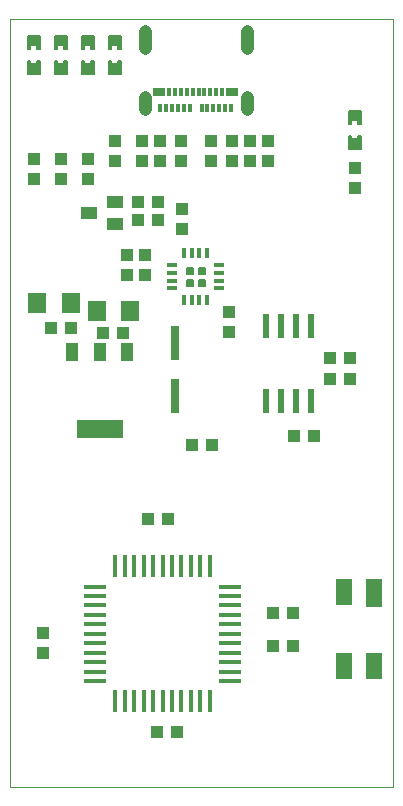
<source format=gtp>
G75*
%MOIN*%
%OFA0B0*%
%FSLAX25Y25*%
%IPPOS*%
%LPD*%
%AMOC8*
5,1,8,0,0,1.08239X$1,22.5*
%
%ADD10C,0.00000*%
%ADD11C,0.00500*%
%ADD12R,0.03937X0.04331*%
%ADD13R,0.04331X0.03937*%
%ADD14R,0.02559X0.11811*%
%ADD15R,0.06299X0.07087*%
%ADD16R,0.01181X0.02756*%
%ADD17R,0.03937X0.02756*%
%ADD18C,0.04331*%
%ADD19R,0.01575X0.07480*%
%ADD20R,0.07480X0.01575*%
%ADD21R,0.01378X0.03543*%
%ADD22R,0.03543X0.01378*%
%ADD23R,0.01969X0.07874*%
%ADD24R,0.15748X0.05906*%
%ADD25R,0.03937X0.05906*%
%ADD26R,0.05512X0.03937*%
%ADD27R,0.05512X0.08661*%
%ADD28R,0.05512X0.09449*%
D10*
X0001300Y0001500D02*
X0001300Y0257500D01*
X0129221Y0257500D01*
X0129221Y0001500D01*
X0001300Y0001500D01*
D11*
X0060300Y0168500D02*
X0060300Y0170500D01*
X0062300Y0170500D01*
X0062300Y0168500D01*
X0060300Y0168500D01*
X0060300Y0168501D02*
X0062300Y0168501D01*
X0062300Y0169000D02*
X0060300Y0169000D01*
X0060300Y0169498D02*
X0062300Y0169498D01*
X0062300Y0169997D02*
X0060300Y0169997D01*
X0060300Y0170495D02*
X0062300Y0170495D01*
X0062300Y0172500D02*
X0060300Y0172500D01*
X0060300Y0174500D01*
X0062300Y0174500D01*
X0062300Y0172500D01*
X0062300Y0172988D02*
X0060300Y0172988D01*
X0060300Y0173486D02*
X0062300Y0173486D01*
X0062300Y0173985D02*
X0060300Y0173985D01*
X0060300Y0174483D02*
X0062300Y0174483D01*
X0064300Y0174483D02*
X0066300Y0174483D01*
X0066300Y0174500D02*
X0066300Y0172500D01*
X0064300Y0172500D01*
X0064300Y0174500D01*
X0066300Y0174500D01*
X0066300Y0173985D02*
X0064300Y0173985D01*
X0064300Y0173486D02*
X0066300Y0173486D01*
X0066300Y0172988D02*
X0064300Y0172988D01*
X0064300Y0170500D02*
X0066300Y0170500D01*
X0066300Y0168500D01*
X0064300Y0168500D01*
X0064300Y0170500D01*
X0064300Y0170495D02*
X0066300Y0170495D01*
X0066300Y0169997D02*
X0064300Y0169997D01*
X0064300Y0169498D02*
X0066300Y0169498D01*
X0066300Y0169000D02*
X0064300Y0169000D01*
X0064300Y0168501D02*
X0066300Y0168501D01*
X0038269Y0239201D02*
X0034331Y0239201D01*
X0034331Y0243531D01*
X0035119Y0243531D01*
X0035119Y0242350D01*
X0037481Y0242350D01*
X0037481Y0243531D01*
X0038269Y0243531D01*
X0038269Y0239201D01*
X0038269Y0239290D02*
X0034331Y0239290D01*
X0034331Y0239788D02*
X0038269Y0239788D01*
X0038269Y0240287D02*
X0034331Y0240287D01*
X0034331Y0240785D02*
X0038269Y0240785D01*
X0038269Y0241284D02*
X0034331Y0241284D01*
X0034331Y0241782D02*
X0038269Y0241782D01*
X0038269Y0242281D02*
X0034331Y0242281D01*
X0034331Y0242779D02*
X0035119Y0242779D01*
X0035119Y0243278D02*
X0034331Y0243278D01*
X0034331Y0247469D02*
X0034331Y0251799D01*
X0038269Y0251799D01*
X0038269Y0247469D01*
X0037481Y0247469D01*
X0037481Y0248650D01*
X0035119Y0248650D01*
X0035119Y0247469D01*
X0034331Y0247469D01*
X0034331Y0247765D02*
X0035119Y0247765D01*
X0035119Y0248263D02*
X0034331Y0248263D01*
X0034331Y0248762D02*
X0038269Y0248762D01*
X0038269Y0249260D02*
X0034331Y0249260D01*
X0034331Y0249759D02*
X0038269Y0249759D01*
X0038269Y0250257D02*
X0034331Y0250257D01*
X0034331Y0250756D02*
X0038269Y0250756D01*
X0038269Y0251254D02*
X0034331Y0251254D01*
X0034331Y0251753D02*
X0038269Y0251753D01*
X0038269Y0248263D02*
X0037481Y0248263D01*
X0037481Y0247765D02*
X0038269Y0247765D01*
X0038269Y0243278D02*
X0037481Y0243278D01*
X0037481Y0242779D02*
X0038269Y0242779D01*
X0029269Y0242779D02*
X0028481Y0242779D01*
X0028481Y0242350D02*
X0028481Y0243531D01*
X0029269Y0243531D01*
X0029269Y0239201D01*
X0025331Y0239201D01*
X0025331Y0243531D01*
X0026119Y0243531D01*
X0026119Y0242350D01*
X0028481Y0242350D01*
X0029269Y0242281D02*
X0025331Y0242281D01*
X0025331Y0242779D02*
X0026119Y0242779D01*
X0026119Y0243278D02*
X0025331Y0243278D01*
X0025331Y0241782D02*
X0029269Y0241782D01*
X0029269Y0241284D02*
X0025331Y0241284D01*
X0025331Y0240785D02*
X0029269Y0240785D01*
X0029269Y0240287D02*
X0025331Y0240287D01*
X0025331Y0239788D02*
X0029269Y0239788D01*
X0029269Y0239290D02*
X0025331Y0239290D01*
X0028481Y0243278D02*
X0029269Y0243278D01*
X0029269Y0247469D02*
X0028481Y0247469D01*
X0028481Y0248650D01*
X0026119Y0248650D01*
X0026119Y0247469D01*
X0025331Y0247469D01*
X0025331Y0251799D01*
X0029269Y0251799D01*
X0029269Y0247469D01*
X0029269Y0247765D02*
X0028481Y0247765D01*
X0028481Y0248263D02*
X0029269Y0248263D01*
X0029269Y0248762D02*
X0025331Y0248762D01*
X0025331Y0249260D02*
X0029269Y0249260D01*
X0029269Y0249759D02*
X0025331Y0249759D01*
X0025331Y0250257D02*
X0029269Y0250257D01*
X0029269Y0250756D02*
X0025331Y0250756D01*
X0025331Y0251254D02*
X0029269Y0251254D01*
X0029269Y0251753D02*
X0025331Y0251753D01*
X0025331Y0248263D02*
X0026119Y0248263D01*
X0026119Y0247765D02*
X0025331Y0247765D01*
X0020269Y0247765D02*
X0019481Y0247765D01*
X0019481Y0247469D02*
X0019481Y0248650D01*
X0017119Y0248650D01*
X0017119Y0247469D01*
X0016331Y0247469D01*
X0016331Y0251799D01*
X0020269Y0251799D01*
X0020269Y0247469D01*
X0019481Y0247469D01*
X0019481Y0248263D02*
X0020269Y0248263D01*
X0020269Y0248762D02*
X0016331Y0248762D01*
X0016331Y0249260D02*
X0020269Y0249260D01*
X0020269Y0249759D02*
X0016331Y0249759D01*
X0016331Y0250257D02*
X0020269Y0250257D01*
X0020269Y0250756D02*
X0016331Y0250756D01*
X0016331Y0251254D02*
X0020269Y0251254D01*
X0020269Y0251753D02*
X0016331Y0251753D01*
X0016331Y0248263D02*
X0017119Y0248263D01*
X0017119Y0247765D02*
X0016331Y0247765D01*
X0016331Y0243531D02*
X0017119Y0243531D01*
X0017119Y0242350D01*
X0019481Y0242350D01*
X0019481Y0243531D01*
X0020269Y0243531D01*
X0020269Y0239201D01*
X0016331Y0239201D01*
X0016331Y0243531D01*
X0016331Y0243278D02*
X0017119Y0243278D01*
X0017119Y0242779D02*
X0016331Y0242779D01*
X0016331Y0242281D02*
X0020269Y0242281D01*
X0020269Y0242779D02*
X0019481Y0242779D01*
X0019481Y0243278D02*
X0020269Y0243278D01*
X0020269Y0241782D02*
X0016331Y0241782D01*
X0016331Y0241284D02*
X0020269Y0241284D01*
X0020269Y0240785D02*
X0016331Y0240785D01*
X0016331Y0240287D02*
X0020269Y0240287D01*
X0020269Y0239788D02*
X0016331Y0239788D01*
X0016331Y0239290D02*
X0020269Y0239290D01*
X0011269Y0239290D02*
X0007331Y0239290D01*
X0007331Y0239201D02*
X0011269Y0239201D01*
X0011269Y0243531D01*
X0010481Y0243531D01*
X0010481Y0242350D01*
X0008119Y0242350D01*
X0008119Y0243531D01*
X0007331Y0243531D01*
X0007331Y0239201D01*
X0007331Y0239788D02*
X0011269Y0239788D01*
X0011269Y0240287D02*
X0007331Y0240287D01*
X0007331Y0240785D02*
X0011269Y0240785D01*
X0011269Y0241284D02*
X0007331Y0241284D01*
X0007331Y0241782D02*
X0011269Y0241782D01*
X0011269Y0242281D02*
X0007331Y0242281D01*
X0007331Y0242779D02*
X0008119Y0242779D01*
X0008119Y0243278D02*
X0007331Y0243278D01*
X0007331Y0247469D02*
X0007331Y0251799D01*
X0011269Y0251799D01*
X0011269Y0247469D01*
X0010481Y0247469D01*
X0010481Y0248650D01*
X0008119Y0248650D01*
X0008119Y0247469D01*
X0007331Y0247469D01*
X0007331Y0247765D02*
X0008119Y0247765D01*
X0008119Y0248263D02*
X0007331Y0248263D01*
X0007331Y0248762D02*
X0011269Y0248762D01*
X0011269Y0249260D02*
X0007331Y0249260D01*
X0007331Y0249759D02*
X0011269Y0249759D01*
X0011269Y0250257D02*
X0007331Y0250257D01*
X0007331Y0250756D02*
X0011269Y0250756D01*
X0011269Y0251254D02*
X0007331Y0251254D01*
X0007331Y0251753D02*
X0011269Y0251753D01*
X0011269Y0248263D02*
X0010481Y0248263D01*
X0010481Y0247765D02*
X0011269Y0247765D01*
X0011269Y0243278D02*
X0010481Y0243278D01*
X0010481Y0242779D02*
X0011269Y0242779D01*
X0114331Y0226799D02*
X0114331Y0222469D01*
X0115119Y0222469D01*
X0115119Y0223650D01*
X0117481Y0223650D01*
X0117481Y0222469D01*
X0118269Y0222469D01*
X0118269Y0226799D01*
X0114331Y0226799D01*
X0114331Y0226329D02*
X0118269Y0226329D01*
X0118269Y0225830D02*
X0114331Y0225830D01*
X0114331Y0225332D02*
X0118269Y0225332D01*
X0118269Y0224833D02*
X0114331Y0224833D01*
X0114331Y0224335D02*
X0118269Y0224335D01*
X0118269Y0223836D02*
X0114331Y0223836D01*
X0114331Y0223338D02*
X0115119Y0223338D01*
X0115119Y0222839D02*
X0114331Y0222839D01*
X0117481Y0222839D02*
X0118269Y0222839D01*
X0118269Y0223338D02*
X0117481Y0223338D01*
X0117481Y0218531D02*
X0118269Y0218531D01*
X0118269Y0214201D01*
X0114331Y0214201D01*
X0114331Y0218531D01*
X0115119Y0218531D01*
X0115119Y0217350D01*
X0117481Y0217350D01*
X0117481Y0218531D01*
X0117481Y0218352D02*
X0118269Y0218352D01*
X0118269Y0217854D02*
X0117481Y0217854D01*
X0117481Y0217355D02*
X0118269Y0217355D01*
X0118269Y0216857D02*
X0114331Y0216857D01*
X0114331Y0217355D02*
X0115119Y0217355D01*
X0115119Y0217854D02*
X0114331Y0217854D01*
X0114331Y0218352D02*
X0115119Y0218352D01*
X0114331Y0216358D02*
X0118269Y0216358D01*
X0118269Y0215860D02*
X0114331Y0215860D01*
X0114331Y0215361D02*
X0118269Y0215361D01*
X0118269Y0214863D02*
X0114331Y0214863D01*
X0114331Y0214364D02*
X0118269Y0214364D01*
D12*
X0116300Y0207846D03*
X0116300Y0201154D03*
X0087300Y0210154D03*
X0087300Y0216846D03*
X0081300Y0216846D03*
X0081300Y0210154D03*
X0075300Y0210154D03*
X0075300Y0216846D03*
X0068300Y0216846D03*
X0068300Y0210154D03*
X0058300Y0210154D03*
X0058300Y0216846D03*
X0051300Y0216846D03*
X0051300Y0210154D03*
X0045300Y0210154D03*
X0045300Y0216846D03*
X0036300Y0216846D03*
X0036300Y0210154D03*
X0027300Y0210846D03*
X0027300Y0204154D03*
X0018300Y0204154D03*
X0018300Y0210846D03*
X0009300Y0210846D03*
X0009300Y0204154D03*
X0040300Y0178846D03*
X0040300Y0172154D03*
X0046300Y0172154D03*
X0046300Y0178846D03*
X0058600Y0187454D03*
X0058600Y0194146D03*
X0074300Y0159846D03*
X0074300Y0153154D03*
X0012300Y0052746D03*
X0012300Y0046054D03*
D13*
X0047354Y0090900D03*
X0054046Y0090900D03*
X0061954Y0115500D03*
X0068646Y0115500D03*
X0095954Y0118500D03*
X0102646Y0118500D03*
X0107954Y0137500D03*
X0107954Y0144500D03*
X0114646Y0144500D03*
X0114646Y0137500D03*
X0095646Y0059500D03*
X0095646Y0048500D03*
X0088954Y0048500D03*
X0088954Y0059500D03*
X0057246Y0019800D03*
X0050554Y0019800D03*
X0039146Y0152700D03*
X0032454Y0152700D03*
X0021646Y0154500D03*
X0014954Y0154500D03*
X0043954Y0190500D03*
X0043954Y0196500D03*
X0050646Y0196500D03*
X0050646Y0190500D03*
D14*
X0056300Y0149358D03*
X0056300Y0131642D03*
D15*
X0041312Y0160200D03*
X0030288Y0160200D03*
X0021612Y0162600D03*
X0010588Y0162600D03*
D16*
X0051489Y0227886D03*
X0053457Y0227886D03*
X0055426Y0227886D03*
X0057394Y0227886D03*
X0059363Y0227886D03*
X0061331Y0227886D03*
X0060347Y0233004D03*
X0062316Y0233004D03*
X0064284Y0233004D03*
X0066253Y0233004D03*
X0068221Y0233004D03*
X0070190Y0233004D03*
X0072158Y0233004D03*
X0071174Y0227886D03*
X0073143Y0227886D03*
X0075111Y0227886D03*
X0069206Y0227886D03*
X0067237Y0227886D03*
X0065269Y0227886D03*
X0058379Y0233004D03*
X0056410Y0233004D03*
X0054442Y0233004D03*
D17*
X0051095Y0233004D03*
X0075505Y0233004D03*
D18*
X0080308Y0231469D02*
X0080308Y0227531D01*
X0080308Y0231469D02*
X0080308Y0231469D01*
X0080308Y0227531D01*
X0080308Y0227531D01*
X0080308Y0247649D02*
X0080308Y0253555D01*
X0080308Y0253555D01*
X0080308Y0247649D01*
X0080308Y0247649D01*
X0080308Y0251979D02*
X0080308Y0251979D01*
X0046292Y0253555D02*
X0046292Y0247649D01*
X0046292Y0253555D02*
X0046292Y0253555D01*
X0046292Y0247649D01*
X0046292Y0247649D01*
X0046292Y0251979D02*
X0046292Y0251979D01*
X0046292Y0231469D02*
X0046292Y0227531D01*
X0046292Y0231469D02*
X0046292Y0231469D01*
X0046292Y0227531D01*
X0046292Y0227531D01*
D19*
X0046001Y0074941D03*
X0049150Y0074941D03*
X0052300Y0074941D03*
X0055450Y0074941D03*
X0058599Y0074941D03*
X0061749Y0074941D03*
X0064898Y0074941D03*
X0068048Y0074941D03*
X0068048Y0030059D03*
X0064898Y0030059D03*
X0061749Y0030059D03*
X0058599Y0030059D03*
X0055450Y0030059D03*
X0052300Y0030059D03*
X0049150Y0030059D03*
X0046001Y0030059D03*
X0042851Y0030059D03*
X0039702Y0030059D03*
X0036552Y0030059D03*
X0036552Y0074941D03*
X0039702Y0074941D03*
X0042851Y0074941D03*
D20*
X0029859Y0068248D03*
X0029859Y0065098D03*
X0029859Y0061949D03*
X0029859Y0058799D03*
X0029859Y0055650D03*
X0029859Y0052500D03*
X0029859Y0049350D03*
X0029859Y0046201D03*
X0029859Y0043051D03*
X0029859Y0039902D03*
X0029859Y0036752D03*
X0074741Y0036752D03*
X0074741Y0039902D03*
X0074741Y0043051D03*
X0074741Y0046201D03*
X0074741Y0049350D03*
X0074741Y0052500D03*
X0074741Y0055650D03*
X0074741Y0058799D03*
X0074741Y0061949D03*
X0074741Y0065098D03*
X0074741Y0068248D03*
D21*
X0067139Y0163626D03*
X0064580Y0163626D03*
X0062020Y0163626D03*
X0059461Y0163626D03*
X0059461Y0179374D03*
X0062020Y0179374D03*
X0064580Y0179374D03*
X0067139Y0179374D03*
D22*
X0071174Y0175339D03*
X0071174Y0172780D03*
X0071174Y0170220D03*
X0071174Y0167661D03*
X0055426Y0167661D03*
X0055426Y0170220D03*
X0055426Y0172780D03*
X0055426Y0175339D03*
D23*
X0086800Y0155039D03*
X0091800Y0155039D03*
X0096800Y0155039D03*
X0101800Y0155039D03*
X0101800Y0129961D03*
X0096800Y0129961D03*
X0091800Y0129961D03*
X0086800Y0129961D03*
D24*
X0031300Y0120705D03*
D25*
X0031300Y0146295D03*
X0022245Y0146295D03*
X0040355Y0146295D03*
D26*
X0036531Y0188960D03*
X0036531Y0196440D03*
X0027869Y0192700D03*
D27*
X0112800Y0066502D03*
X0112800Y0041698D03*
X0122800Y0041698D03*
D28*
X0122800Y0066108D03*
M02*

</source>
